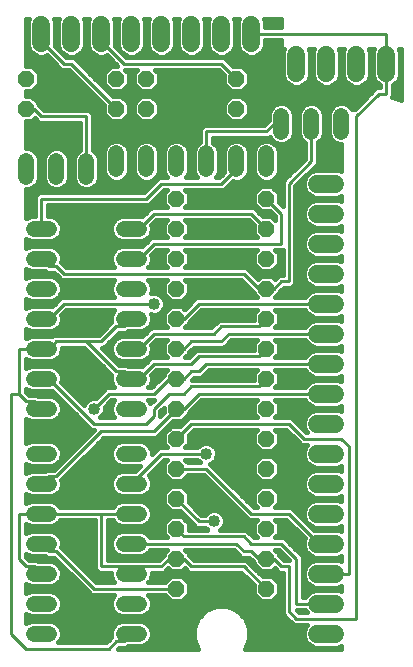
<source format=gbl>
G75*
%MOIN*%
%OFA0B0*%
%FSLAX25Y25*%
%IPPOS*%
%LPD*%
%AMOC8*
5,1,8,0,0,1.08239X$1,22.5*
%
%ADD10C,0.05200*%
%ADD11OC8,0.05200*%
%ADD12C,0.06000*%
%ADD13C,0.01000*%
%ADD14C,0.04000*%
%ADD15C,0.01600*%
D10*
X0013400Y0011000D02*
X0018600Y0011000D01*
X0018600Y0021000D02*
X0013400Y0021000D01*
X0013400Y0031000D02*
X0018600Y0031000D01*
X0018600Y0041000D02*
X0013400Y0041000D01*
X0013400Y0051000D02*
X0018600Y0051000D01*
X0018600Y0061000D02*
X0013400Y0061000D01*
X0013400Y0071000D02*
X0018600Y0071000D01*
X0018600Y0086000D02*
X0013400Y0086000D01*
X0013400Y0096000D02*
X0018600Y0096000D01*
X0018600Y0106000D02*
X0013400Y0106000D01*
X0013400Y0116000D02*
X0018600Y0116000D01*
X0018600Y0126000D02*
X0013400Y0126000D01*
X0013400Y0136000D02*
X0018600Y0136000D01*
X0018600Y0146000D02*
X0013400Y0146000D01*
X0011000Y0163400D02*
X0011000Y0168600D01*
X0021000Y0168600D02*
X0021000Y0163400D01*
X0031000Y0163400D02*
X0031000Y0168600D01*
X0041000Y0171100D02*
X0041000Y0165900D01*
X0051000Y0165900D02*
X0051000Y0171100D01*
X0061000Y0171100D02*
X0061000Y0165900D01*
X0071000Y0165900D02*
X0071000Y0171100D01*
X0081000Y0171100D02*
X0081000Y0165900D01*
X0091000Y0165900D02*
X0091000Y0171100D01*
X0096000Y0178400D02*
X0096000Y0183600D01*
X0106000Y0183600D02*
X0106000Y0178400D01*
X0116000Y0178400D02*
X0116000Y0183600D01*
X0048600Y0146000D02*
X0043400Y0146000D01*
X0043400Y0136000D02*
X0048600Y0136000D01*
X0048600Y0126000D02*
X0043400Y0126000D01*
X0043400Y0116000D02*
X0048600Y0116000D01*
X0048600Y0106000D02*
X0043400Y0106000D01*
X0043400Y0096000D02*
X0048600Y0096000D01*
X0048600Y0086000D02*
X0043400Y0086000D01*
X0043400Y0071000D02*
X0048600Y0071000D01*
X0048600Y0061000D02*
X0043400Y0061000D01*
X0043400Y0051000D02*
X0048600Y0051000D01*
X0048600Y0041000D02*
X0043400Y0041000D01*
X0043400Y0031000D02*
X0048600Y0031000D01*
X0048600Y0021000D02*
X0043400Y0021000D01*
X0043400Y0011000D02*
X0048600Y0011000D01*
D11*
X0061000Y0026000D03*
X0061000Y0036000D03*
X0061000Y0046000D03*
X0061000Y0056000D03*
X0061000Y0066000D03*
X0061000Y0076000D03*
X0061000Y0086000D03*
X0061000Y0096000D03*
X0061000Y0106000D03*
X0061000Y0116000D03*
X0061000Y0126000D03*
X0061000Y0136000D03*
X0061000Y0146000D03*
X0061000Y0156000D03*
X0051000Y0186000D03*
X0051000Y0196000D03*
X0041000Y0196000D03*
X0041000Y0186000D03*
X0011000Y0186000D03*
X0011000Y0196000D03*
X0081000Y0196000D03*
X0081000Y0186000D03*
X0091000Y0156000D03*
X0091000Y0146000D03*
X0091000Y0136000D03*
X0091000Y0126000D03*
X0091000Y0116000D03*
X0091000Y0106000D03*
X0091000Y0096000D03*
X0091000Y0086000D03*
X0091000Y0076000D03*
X0091000Y0066000D03*
X0091000Y0056000D03*
X0091000Y0046000D03*
X0091000Y0036000D03*
X0091000Y0026000D03*
D12*
X0108000Y0021000D02*
X0114000Y0021000D01*
X0114000Y0011000D02*
X0108000Y0011000D01*
X0108000Y0031000D02*
X0114000Y0031000D01*
X0114000Y0041000D02*
X0108000Y0041000D01*
X0108000Y0051000D02*
X0114000Y0051000D01*
X0114000Y0061000D02*
X0108000Y0061000D01*
X0108000Y0071000D02*
X0114000Y0071000D01*
X0114000Y0081000D02*
X0108000Y0081000D01*
X0108000Y0091000D02*
X0114000Y0091000D01*
X0114000Y0101000D02*
X0108000Y0101000D01*
X0108000Y0111000D02*
X0114000Y0111000D01*
X0114000Y0121000D02*
X0108000Y0121000D01*
X0108000Y0131000D02*
X0114000Y0131000D01*
X0114000Y0141000D02*
X0108000Y0141000D01*
X0108000Y0151000D02*
X0114000Y0151000D01*
X0114000Y0161000D02*
X0108000Y0161000D01*
X0111000Y0198000D02*
X0111000Y0204000D01*
X0101000Y0204000D02*
X0101000Y0198000D01*
X0086000Y0208000D02*
X0086000Y0214000D01*
X0076000Y0214000D02*
X0076000Y0208000D01*
X0066000Y0208000D02*
X0066000Y0214000D01*
X0056000Y0214000D02*
X0056000Y0208000D01*
X0046000Y0208000D02*
X0046000Y0214000D01*
X0036000Y0214000D02*
X0036000Y0208000D01*
X0026000Y0208000D02*
X0026000Y0214000D01*
X0016000Y0214000D02*
X0016000Y0208000D01*
X0121000Y0204000D02*
X0121000Y0198000D01*
X0131000Y0198000D02*
X0131000Y0204000D01*
D13*
X0006000Y0091000D02*
X0006000Y0011000D01*
X0011000Y0006000D01*
X0038500Y0006000D01*
X0041000Y0008500D01*
X0043500Y0008500D01*
X0046000Y0011000D01*
X0046000Y0031000D02*
X0048500Y0033500D01*
X0036000Y0033500D01*
X0036000Y0051000D01*
X0046000Y0051000D01*
X0046000Y0061000D02*
X0056000Y0071000D01*
X0071000Y0071000D01*
X0071000Y0066000D02*
X0086000Y0051000D01*
X0098500Y0051000D01*
X0108500Y0041000D01*
X0111000Y0041000D01*
X0111000Y0031000D02*
X0118500Y0031000D01*
X0118500Y0073500D01*
X0116000Y0076000D01*
X0103500Y0076000D01*
X0098500Y0081000D01*
X0066000Y0081000D01*
X0061000Y0076000D01*
X0053500Y0078500D02*
X0061000Y0086000D01*
X0063500Y0086000D01*
X0068500Y0091000D01*
X0111000Y0091000D01*
X0111000Y0101000D02*
X0071000Y0101000D01*
X0068500Y0098500D01*
X0066000Y0098500D01*
X0063500Y0096000D01*
X0061000Y0096000D01*
X0058500Y0096000D01*
X0053500Y0091000D01*
X0038500Y0091000D01*
X0033500Y0086000D01*
X0033500Y0081000D02*
X0018500Y0096000D01*
X0016000Y0096000D01*
X0013500Y0088500D02*
X0011000Y0088500D01*
X0008500Y0091000D01*
X0006000Y0091000D01*
X0008500Y0091000D02*
X0008500Y0106000D01*
X0016000Y0106000D01*
X0018500Y0106000D01*
X0021000Y0108500D01*
X0031000Y0108500D01*
X0041000Y0098500D01*
X0043500Y0098500D01*
X0046000Y0096000D01*
X0048500Y0096000D01*
X0053500Y0101000D01*
X0066000Y0101000D01*
X0068500Y0103500D01*
X0088500Y0103500D01*
X0091000Y0106000D01*
X0088500Y0113500D02*
X0076000Y0113500D01*
X0073500Y0111000D01*
X0053500Y0111000D01*
X0048500Y0106000D01*
X0046000Y0106000D01*
X0043500Y0113500D02*
X0041000Y0113500D01*
X0036000Y0108500D01*
X0031000Y0108500D01*
X0018500Y0116000D02*
X0023500Y0121000D01*
X0053500Y0121000D01*
X0046000Y0116000D02*
X0043500Y0113500D01*
X0046000Y0136000D02*
X0048500Y0136000D01*
X0053500Y0141000D01*
X0096000Y0141000D01*
X0096000Y0151000D01*
X0091000Y0156000D01*
X0086000Y0151000D02*
X0053500Y0151000D01*
X0048500Y0146000D01*
X0046000Y0146000D01*
X0051000Y0156000D02*
X0056000Y0161000D01*
X0076000Y0161000D01*
X0081000Y0166000D01*
X0081000Y0168500D01*
X0071000Y0168500D02*
X0071000Y0178500D01*
X0091000Y0178500D01*
X0093500Y0181000D01*
X0096000Y0181000D01*
X0106000Y0181000D02*
X0106000Y0168500D01*
X0098500Y0161000D01*
X0098500Y0128500D01*
X0096000Y0128500D01*
X0093500Y0126000D01*
X0091000Y0126000D01*
X0088500Y0126000D01*
X0083500Y0131000D01*
X0023500Y0131000D01*
X0021000Y0133500D01*
X0018500Y0133500D01*
X0016000Y0136000D01*
X0016000Y0146000D02*
X0016000Y0156000D01*
X0051000Y0156000D01*
X0041000Y0186000D02*
X0026000Y0201000D01*
X0023500Y0201000D01*
X0016000Y0208500D01*
X0016000Y0211000D01*
X0013500Y0186000D02*
X0011000Y0186000D01*
X0013500Y0186000D02*
X0016000Y0183500D01*
X0031000Y0183500D01*
X0031000Y0166000D01*
X0043500Y0201000D02*
X0036000Y0208500D01*
X0036000Y0211000D01*
X0043500Y0201000D02*
X0076000Y0201000D01*
X0081000Y0196000D01*
X0086000Y0211000D02*
X0131000Y0211000D01*
X0131000Y0201000D01*
X0131000Y0191000D01*
X0128500Y0191000D01*
X0121000Y0183500D01*
X0121000Y0016000D01*
X0101000Y0016000D01*
X0098500Y0018500D01*
X0098500Y0033500D01*
X0096000Y0033500D01*
X0093500Y0036000D01*
X0091000Y0036000D01*
X0088500Y0036000D01*
X0086000Y0038500D01*
X0083500Y0038500D01*
X0081000Y0041000D01*
X0046000Y0041000D01*
X0048500Y0033500D02*
X0056000Y0033500D01*
X0058500Y0036000D01*
X0061000Y0036000D01*
X0063500Y0036000D01*
X0066000Y0033500D01*
X0083500Y0033500D01*
X0091000Y0026000D01*
X0101000Y0036000D02*
X0096000Y0041000D01*
X0086000Y0041000D01*
X0083500Y0043500D01*
X0063500Y0043500D01*
X0061000Y0046000D01*
X0068500Y0048500D02*
X0061000Y0056000D01*
X0061000Y0066000D02*
X0071000Y0066000D01*
X0073500Y0048500D02*
X0068500Y0048500D01*
X0061000Y0026000D02*
X0033500Y0026000D01*
X0021000Y0038500D01*
X0018500Y0038500D01*
X0016000Y0041000D01*
X0013500Y0033500D02*
X0011000Y0033500D01*
X0008500Y0036000D01*
X0008500Y0051000D01*
X0016000Y0051000D01*
X0036000Y0051000D01*
X0021000Y0063500D02*
X0036000Y0078500D01*
X0053500Y0078500D01*
X0051000Y0081000D02*
X0033500Y0081000D01*
X0021000Y0063500D02*
X0018500Y0063500D01*
X0016000Y0061000D01*
X0016000Y0086000D02*
X0013500Y0088500D01*
X0016000Y0116000D02*
X0018500Y0116000D01*
X0051000Y0081000D02*
X0053500Y0083500D01*
X0053500Y0086000D01*
X0058500Y0091000D01*
X0063500Y0091000D01*
X0066000Y0093500D01*
X0088500Y0093500D01*
X0091000Y0096000D01*
X0088500Y0113500D02*
X0091000Y0116000D01*
X0078500Y0111000D02*
X0076000Y0108500D01*
X0066000Y0108500D01*
X0063500Y0106000D01*
X0061000Y0106000D01*
X0061000Y0116000D02*
X0063500Y0116000D01*
X0068500Y0121000D01*
X0111000Y0121000D01*
X0111000Y0111000D02*
X0078500Y0111000D01*
X0091000Y0146000D02*
X0086000Y0151000D01*
X0101000Y0036000D02*
X0101000Y0021000D01*
X0111000Y0021000D01*
X0016000Y0031000D02*
X0013500Y0033500D01*
D14*
X0033500Y0086000D03*
X0053500Y0121000D03*
X0071000Y0071000D03*
X0073500Y0048500D03*
D15*
X0070509Y0050600D02*
X0071461Y0051552D01*
X0072784Y0052100D01*
X0074216Y0052100D01*
X0075539Y0051552D01*
X0076552Y0050539D01*
X0077100Y0049216D01*
X0077100Y0047784D01*
X0076552Y0046461D01*
X0075691Y0045600D01*
X0084370Y0045600D01*
X0086870Y0043100D01*
X0087960Y0043100D01*
X0086800Y0044260D01*
X0086800Y0047740D01*
X0087960Y0048900D01*
X0085130Y0048900D01*
X0083900Y0050130D01*
X0070130Y0063900D01*
X0064840Y0063900D01*
X0062740Y0061800D01*
X0059260Y0061800D01*
X0056800Y0064260D01*
X0056800Y0067740D01*
X0057960Y0068900D01*
X0056870Y0068900D01*
X0051755Y0063785D01*
X0052161Y0063379D01*
X0052800Y0061835D01*
X0052800Y0060165D01*
X0052161Y0058621D01*
X0050979Y0057439D01*
X0049435Y0056800D01*
X0042565Y0056800D01*
X0041021Y0057439D01*
X0039839Y0058621D01*
X0039200Y0060165D01*
X0039200Y0061835D01*
X0039839Y0063379D01*
X0041021Y0064561D01*
X0042565Y0065200D01*
X0047230Y0065200D01*
X0048830Y0066800D01*
X0042565Y0066800D01*
X0041021Y0067439D01*
X0039839Y0068621D01*
X0039200Y0070165D01*
X0039200Y0071835D01*
X0039839Y0073379D01*
X0041021Y0074561D01*
X0042565Y0075200D01*
X0049435Y0075200D01*
X0050979Y0074561D01*
X0052161Y0073379D01*
X0052800Y0071835D01*
X0052800Y0070770D01*
X0053900Y0071870D01*
X0055130Y0073100D01*
X0057960Y0073100D01*
X0056800Y0074260D01*
X0056800Y0077740D01*
X0059260Y0080200D01*
X0062230Y0080200D01*
X0063900Y0081870D01*
X0065130Y0083100D01*
X0087960Y0083100D01*
X0086800Y0084260D01*
X0086800Y0087740D01*
X0087960Y0088900D01*
X0069370Y0088900D01*
X0065600Y0085130D01*
X0065200Y0084730D01*
X0065200Y0084260D01*
X0062740Y0081800D01*
X0059770Y0081800D01*
X0054370Y0076400D01*
X0036870Y0076400D01*
X0022655Y0062185D01*
X0022800Y0061835D01*
X0022800Y0060165D01*
X0022161Y0058621D01*
X0020979Y0057439D01*
X0019435Y0056800D01*
X0012565Y0056800D01*
X0011021Y0057439D01*
X0011000Y0057460D01*
X0011000Y0054540D01*
X0011021Y0054561D01*
X0012565Y0055200D01*
X0019435Y0055200D01*
X0020979Y0054561D01*
X0022161Y0053379D01*
X0022276Y0053100D01*
X0039724Y0053100D01*
X0039839Y0053379D01*
X0041021Y0054561D01*
X0042565Y0055200D01*
X0049435Y0055200D01*
X0050979Y0054561D01*
X0052161Y0053379D01*
X0052800Y0051835D01*
X0052800Y0050165D01*
X0052161Y0048621D01*
X0050979Y0047439D01*
X0049435Y0046800D01*
X0042565Y0046800D01*
X0041021Y0047439D01*
X0039839Y0048621D01*
X0039724Y0048900D01*
X0038100Y0048900D01*
X0038100Y0035600D01*
X0055130Y0035600D01*
X0056400Y0036870D01*
X0056800Y0037270D01*
X0056800Y0037740D01*
X0057960Y0038900D01*
X0052276Y0038900D01*
X0052161Y0038621D01*
X0050979Y0037439D01*
X0049435Y0036800D01*
X0042565Y0036800D01*
X0041021Y0037439D01*
X0039839Y0038621D01*
X0039200Y0040165D01*
X0039200Y0041835D01*
X0039839Y0043379D01*
X0041021Y0044561D01*
X0042565Y0045200D01*
X0049435Y0045200D01*
X0050979Y0044561D01*
X0052161Y0043379D01*
X0052276Y0043100D01*
X0057960Y0043100D01*
X0056800Y0044260D01*
X0056800Y0047740D01*
X0059260Y0050200D01*
X0062740Y0050200D01*
X0065200Y0047740D01*
X0065200Y0045600D01*
X0071309Y0045600D01*
X0070509Y0046400D01*
X0067630Y0046400D01*
X0066400Y0047630D01*
X0062230Y0051800D01*
X0059260Y0051800D01*
X0056800Y0054260D01*
X0056800Y0057740D01*
X0059260Y0060200D01*
X0062740Y0060200D01*
X0065200Y0057740D01*
X0065200Y0054770D01*
X0069370Y0050600D01*
X0070509Y0050600D01*
X0067817Y0052152D02*
X0081878Y0052152D01*
X0083476Y0050554D02*
X0076537Y0050554D01*
X0077100Y0048955D02*
X0085075Y0048955D01*
X0086800Y0047357D02*
X0076923Y0047357D01*
X0075849Y0045758D02*
X0086800Y0045758D01*
X0086900Y0044160D02*
X0085810Y0044160D01*
X0080130Y0038900D02*
X0081400Y0037630D01*
X0082630Y0036400D01*
X0085130Y0036400D01*
X0086400Y0035130D01*
X0086800Y0034730D01*
X0086800Y0034260D01*
X0089260Y0031800D01*
X0092740Y0031800D01*
X0093735Y0032795D01*
X0095130Y0031400D01*
X0096400Y0031400D01*
X0096400Y0017630D01*
X0097630Y0016400D01*
X0100130Y0013900D01*
X0104395Y0013900D01*
X0104100Y0013606D01*
X0103400Y0011915D01*
X0103400Y0010085D01*
X0104100Y0008394D01*
X0105394Y0007100D01*
X0107085Y0006400D01*
X0114915Y0006400D01*
X0116000Y0006849D01*
X0116000Y0006000D01*
X0083812Y0006000D01*
X0085131Y0009184D01*
X0085131Y0012816D01*
X0083741Y0016172D01*
X0081172Y0018741D01*
X0077816Y0020131D01*
X0074184Y0020131D01*
X0070828Y0018741D01*
X0068259Y0016172D01*
X0066869Y0012816D01*
X0066869Y0009184D01*
X0068188Y0006000D01*
X0041470Y0006000D01*
X0041870Y0006400D01*
X0044370Y0006400D01*
X0044770Y0006800D01*
X0049435Y0006800D01*
X0050979Y0007439D01*
X0052161Y0008621D01*
X0052800Y0010165D01*
X0052800Y0011835D01*
X0052161Y0013379D01*
X0050979Y0014561D01*
X0049435Y0015200D01*
X0042565Y0015200D01*
X0041021Y0014561D01*
X0039839Y0013379D01*
X0039200Y0011835D01*
X0039200Y0010165D01*
X0039345Y0009815D01*
X0037630Y0008100D01*
X0021640Y0008100D01*
X0022161Y0008621D01*
X0022800Y0010165D01*
X0022800Y0011835D01*
X0022161Y0013379D01*
X0020979Y0014561D01*
X0019435Y0015200D01*
X0012565Y0015200D01*
X0011021Y0014561D01*
X0011000Y0014540D01*
X0011000Y0017460D01*
X0011021Y0017439D01*
X0012565Y0016800D01*
X0019435Y0016800D01*
X0020979Y0017439D01*
X0022161Y0018621D01*
X0022800Y0020165D01*
X0022800Y0021835D01*
X0022161Y0023379D01*
X0020979Y0024561D01*
X0019435Y0025200D01*
X0012565Y0025200D01*
X0011021Y0024561D01*
X0011000Y0024540D01*
X0011000Y0027460D01*
X0011021Y0027439D01*
X0012565Y0026800D01*
X0019435Y0026800D01*
X0020979Y0027439D01*
X0022161Y0028621D01*
X0022800Y0030165D01*
X0022800Y0031835D01*
X0022161Y0033379D01*
X0020979Y0034561D01*
X0019435Y0035200D01*
X0014770Y0035200D01*
X0014370Y0035600D01*
X0011870Y0035600D01*
X0011000Y0036470D01*
X0011000Y0037460D01*
X0011021Y0037439D01*
X0012565Y0036800D01*
X0017230Y0036800D01*
X0017630Y0036400D01*
X0020130Y0036400D01*
X0031400Y0025130D01*
X0032630Y0023900D01*
X0040360Y0023900D01*
X0039839Y0023379D01*
X0039200Y0021835D01*
X0039200Y0020165D01*
X0039839Y0018621D01*
X0041021Y0017439D01*
X0042565Y0016800D01*
X0049435Y0016800D01*
X0050979Y0017439D01*
X0052161Y0018621D01*
X0052800Y0020165D01*
X0052800Y0021835D01*
X0052161Y0023379D01*
X0051640Y0023900D01*
X0057160Y0023900D01*
X0059260Y0021800D01*
X0062740Y0021800D01*
X0065200Y0024260D01*
X0065200Y0027740D01*
X0062740Y0030200D01*
X0059260Y0030200D01*
X0057160Y0028100D01*
X0051640Y0028100D01*
X0052161Y0028621D01*
X0052800Y0030165D01*
X0052800Y0031400D01*
X0056870Y0031400D01*
X0058265Y0032795D01*
X0059260Y0031800D01*
X0062740Y0031800D01*
X0063735Y0032795D01*
X0065130Y0031400D01*
X0082630Y0031400D01*
X0086800Y0027230D01*
X0086800Y0024260D01*
X0089260Y0021800D01*
X0092740Y0021800D01*
X0095200Y0024260D01*
X0095200Y0027740D01*
X0092740Y0030200D01*
X0089770Y0030200D01*
X0085600Y0034370D01*
X0084370Y0035600D01*
X0066870Y0035600D01*
X0065600Y0036870D01*
X0065200Y0037270D01*
X0065200Y0037740D01*
X0064040Y0038900D01*
X0080130Y0038900D01*
X0081264Y0037766D02*
X0065174Y0037766D01*
X0066303Y0036167D02*
X0085363Y0036167D01*
X0086400Y0035130D02*
X0086400Y0035130D01*
X0086800Y0034569D02*
X0085401Y0034569D01*
X0087000Y0032970D02*
X0088090Y0032970D01*
X0088598Y0031372D02*
X0096400Y0031372D01*
X0096400Y0029773D02*
X0093166Y0029773D01*
X0094765Y0028175D02*
X0096400Y0028175D01*
X0096400Y0026576D02*
X0095200Y0026576D01*
X0095200Y0024978D02*
X0096400Y0024978D01*
X0096400Y0023379D02*
X0094319Y0023379D01*
X0096400Y0021781D02*
X0052800Y0021781D01*
X0052800Y0020182D02*
X0096400Y0020182D01*
X0096400Y0018584D02*
X0081329Y0018584D01*
X0082928Y0016985D02*
X0097045Y0016985D01*
X0098644Y0015387D02*
X0084066Y0015387D01*
X0084728Y0013788D02*
X0104283Y0013788D01*
X0103514Y0012190D02*
X0085131Y0012190D01*
X0085131Y0010591D02*
X0103400Y0010591D01*
X0103852Y0008993D02*
X0085051Y0008993D01*
X0084389Y0007394D02*
X0105101Y0007394D01*
X0104395Y0018100D02*
X0101870Y0018100D01*
X0101070Y0018900D01*
X0103891Y0018900D01*
X0104100Y0018394D01*
X0104395Y0018100D01*
X0104022Y0018584D02*
X0101386Y0018584D01*
X0103100Y0023100D02*
X0103100Y0036870D01*
X0101870Y0038100D01*
X0096870Y0043100D01*
X0094040Y0043100D01*
X0095200Y0044260D01*
X0095200Y0047740D01*
X0094040Y0048900D01*
X0097630Y0048900D01*
X0103756Y0042774D01*
X0103400Y0041915D01*
X0103400Y0040085D01*
X0104100Y0038394D01*
X0105394Y0037100D01*
X0107085Y0036400D01*
X0114915Y0036400D01*
X0116000Y0036849D01*
X0116000Y0035151D01*
X0114915Y0035600D01*
X0107085Y0035600D01*
X0105394Y0034900D01*
X0104100Y0033606D01*
X0103400Y0031915D01*
X0103400Y0030085D01*
X0104100Y0028394D01*
X0105394Y0027100D01*
X0107085Y0026400D01*
X0114915Y0026400D01*
X0116000Y0026849D01*
X0116000Y0025151D01*
X0114915Y0025600D01*
X0107085Y0025600D01*
X0105394Y0024900D01*
X0104100Y0023606D01*
X0103891Y0023100D01*
X0103100Y0023100D01*
X0103100Y0023379D02*
X0104006Y0023379D01*
X0103100Y0024978D02*
X0105583Y0024978D01*
X0106660Y0026576D02*
X0103100Y0026576D01*
X0103100Y0028175D02*
X0104320Y0028175D01*
X0103529Y0029773D02*
X0103100Y0029773D01*
X0103100Y0031372D02*
X0103400Y0031372D01*
X0103100Y0032970D02*
X0103837Y0032970D01*
X0103100Y0034569D02*
X0105063Y0034569D01*
X0104729Y0037766D02*
X0102204Y0037766D01*
X0103100Y0036167D02*
X0116000Y0036167D01*
X0116000Y0045151D02*
X0114915Y0045600D01*
X0107085Y0045600D01*
X0106933Y0045537D01*
X0099370Y0053100D01*
X0094040Y0053100D01*
X0095200Y0054260D01*
X0095200Y0057740D01*
X0092740Y0060200D01*
X0089260Y0060200D01*
X0086800Y0057740D01*
X0086800Y0054260D01*
X0087960Y0053100D01*
X0086870Y0053100D01*
X0072320Y0067650D01*
X0073039Y0067948D01*
X0074052Y0068961D01*
X0074600Y0070284D01*
X0074600Y0071716D01*
X0074052Y0073039D01*
X0073039Y0074052D01*
X0071716Y0074600D01*
X0070284Y0074600D01*
X0068961Y0074052D01*
X0068009Y0073100D01*
X0064040Y0073100D01*
X0065200Y0074260D01*
X0065200Y0077230D01*
X0066870Y0078900D01*
X0087960Y0078900D01*
X0086800Y0077740D01*
X0086800Y0074260D01*
X0089260Y0071800D01*
X0092740Y0071800D01*
X0095200Y0074260D01*
X0095200Y0077740D01*
X0094040Y0078900D01*
X0097630Y0078900D01*
X0101400Y0075130D01*
X0102630Y0073900D01*
X0104395Y0073900D01*
X0104100Y0073606D01*
X0103400Y0071915D01*
X0103400Y0070085D01*
X0104100Y0068394D01*
X0105394Y0067100D01*
X0107085Y0066400D01*
X0114915Y0066400D01*
X0116000Y0066849D01*
X0116000Y0065151D01*
X0114915Y0065600D01*
X0107085Y0065600D01*
X0105394Y0064900D01*
X0104100Y0063606D01*
X0103400Y0061915D01*
X0103400Y0060085D01*
X0104100Y0058394D01*
X0105394Y0057100D01*
X0107085Y0056400D01*
X0114915Y0056400D01*
X0116000Y0056849D01*
X0116000Y0055151D01*
X0114915Y0055600D01*
X0107085Y0055600D01*
X0105394Y0054900D01*
X0104100Y0053606D01*
X0103400Y0051915D01*
X0103400Y0050085D01*
X0104100Y0048394D01*
X0105394Y0047100D01*
X0107085Y0046400D01*
X0114915Y0046400D01*
X0116000Y0046849D01*
X0116000Y0045151D01*
X0116000Y0045758D02*
X0106712Y0045758D01*
X0105138Y0047357D02*
X0105113Y0047357D01*
X0103868Y0048955D02*
X0103514Y0048955D01*
X0103400Y0050554D02*
X0101916Y0050554D01*
X0103498Y0052152D02*
X0100317Y0052152D01*
X0099173Y0047357D02*
X0095200Y0047357D01*
X0095200Y0045758D02*
X0100772Y0045758D01*
X0102370Y0044160D02*
X0095099Y0044160D01*
X0097409Y0042561D02*
X0103668Y0042561D01*
X0103400Y0040963D02*
X0099007Y0040963D01*
X0096264Y0037766D02*
X0095174Y0037766D01*
X0095200Y0037740D02*
X0094040Y0038900D01*
X0095130Y0038900D01*
X0098430Y0035600D01*
X0096870Y0035600D01*
X0095600Y0036870D01*
X0095200Y0037270D01*
X0095200Y0037740D01*
X0096303Y0036167D02*
X0097863Y0036167D01*
X0100606Y0039364D02*
X0103699Y0039364D01*
X0104245Y0053751D02*
X0094691Y0053751D01*
X0095200Y0055349D02*
X0106480Y0055349D01*
X0105762Y0056948D02*
X0095200Y0056948D01*
X0094393Y0058546D02*
X0104037Y0058546D01*
X0103400Y0060145D02*
X0092795Y0060145D01*
X0092740Y0061800D02*
X0095200Y0064260D01*
X0095200Y0067740D01*
X0092740Y0070200D01*
X0089260Y0070200D01*
X0086800Y0067740D01*
X0086800Y0064260D01*
X0089260Y0061800D01*
X0092740Y0061800D01*
X0094282Y0063342D02*
X0103991Y0063342D01*
X0103400Y0061743D02*
X0078226Y0061743D01*
X0079825Y0060145D02*
X0089205Y0060145D01*
X0087607Y0058546D02*
X0081423Y0058546D01*
X0083022Y0056948D02*
X0086800Y0056948D01*
X0086800Y0055349D02*
X0084620Y0055349D01*
X0086219Y0053751D02*
X0087309Y0053751D01*
X0080279Y0053751D02*
X0066219Y0053751D01*
X0065200Y0055349D02*
X0078681Y0055349D01*
X0077082Y0056948D02*
X0065200Y0056948D01*
X0064393Y0058546D02*
X0075484Y0058546D01*
X0073885Y0060145D02*
X0062795Y0060145D01*
X0064282Y0063342D02*
X0070688Y0063342D01*
X0072287Y0061743D02*
X0052800Y0061743D01*
X0052792Y0060145D02*
X0059205Y0060145D01*
X0057607Y0058546D02*
X0052086Y0058546D01*
X0049792Y0056948D02*
X0056800Y0056948D01*
X0056800Y0055349D02*
X0011000Y0055349D01*
X0011000Y0056948D02*
X0012207Y0056948D01*
X0011000Y0064540D02*
X0011000Y0067460D01*
X0011021Y0067439D01*
X0012565Y0066800D01*
X0019435Y0066800D01*
X0020979Y0067439D01*
X0022161Y0068621D01*
X0022800Y0070165D01*
X0022800Y0071835D01*
X0022161Y0073379D01*
X0020979Y0074561D01*
X0019435Y0075200D01*
X0012565Y0075200D01*
X0011021Y0074561D01*
X0011000Y0074540D01*
X0011000Y0082460D01*
X0011021Y0082439D01*
X0012565Y0081800D01*
X0019435Y0081800D01*
X0020979Y0082439D01*
X0022161Y0083621D01*
X0022800Y0085165D01*
X0022800Y0086835D01*
X0022161Y0088379D01*
X0020979Y0089561D01*
X0019435Y0090200D01*
X0014770Y0090200D01*
X0014370Y0090600D01*
X0011870Y0090600D01*
X0011000Y0091470D01*
X0011000Y0092460D01*
X0011021Y0092439D01*
X0012565Y0091800D01*
X0019435Y0091800D01*
X0019644Y0091886D01*
X0032630Y0078900D01*
X0033430Y0078900D01*
X0020130Y0065600D01*
X0017630Y0065600D01*
X0017230Y0065200D01*
X0012565Y0065200D01*
X0011021Y0064561D01*
X0011000Y0064540D01*
X0011000Y0064940D02*
X0011938Y0064940D01*
X0011000Y0066539D02*
X0021069Y0066539D01*
X0021677Y0068137D02*
X0022668Y0068137D01*
X0022622Y0069736D02*
X0024266Y0069736D01*
X0022800Y0071334D02*
X0025865Y0071334D01*
X0027463Y0072933D02*
X0022345Y0072933D01*
X0021008Y0074532D02*
X0029062Y0074532D01*
X0030660Y0076130D02*
X0011000Y0076130D01*
X0011000Y0077729D02*
X0032259Y0077729D01*
X0032203Y0079327D02*
X0011000Y0079327D01*
X0011000Y0080926D02*
X0030605Y0080926D01*
X0029006Y0082524D02*
X0021064Y0082524D01*
X0022368Y0084123D02*
X0027408Y0084123D01*
X0025809Y0085721D02*
X0022800Y0085721D01*
X0022599Y0087320D02*
X0024211Y0087320D01*
X0022612Y0088918D02*
X0021622Y0088918D01*
X0021014Y0090517D02*
X0014453Y0090517D01*
X0011804Y0092115D02*
X0011000Y0092115D01*
X0011000Y0099540D02*
X0011000Y0102460D01*
X0011021Y0102439D01*
X0012565Y0101800D01*
X0019435Y0101800D01*
X0020979Y0102439D01*
X0022161Y0103621D01*
X0022800Y0105165D01*
X0022800Y0106400D01*
X0030130Y0106400D01*
X0039345Y0097185D01*
X0039200Y0096835D01*
X0039200Y0095165D01*
X0039839Y0093621D01*
X0040360Y0093100D01*
X0037630Y0093100D01*
X0036400Y0091870D01*
X0034130Y0089600D01*
X0032784Y0089600D01*
X0031461Y0089052D01*
X0030448Y0088039D01*
X0030150Y0087320D01*
X0022655Y0094815D01*
X0022800Y0095165D01*
X0022800Y0096835D01*
X0022161Y0098379D01*
X0020979Y0099561D01*
X0019435Y0100200D01*
X0012565Y0100200D01*
X0011021Y0099561D01*
X0011000Y0099540D01*
X0011000Y0100108D02*
X0012342Y0100108D01*
X0011000Y0101706D02*
X0034824Y0101706D01*
X0036422Y0100108D02*
X0019658Y0100108D01*
X0021844Y0103305D02*
X0033225Y0103305D01*
X0031627Y0104903D02*
X0022692Y0104903D01*
X0019644Y0110114D02*
X0019435Y0110200D01*
X0012565Y0110200D01*
X0011021Y0109561D01*
X0011000Y0109540D01*
X0011000Y0112460D01*
X0011021Y0112439D01*
X0012565Y0111800D01*
X0019435Y0111800D01*
X0020979Y0112439D01*
X0022161Y0113621D01*
X0022800Y0115165D01*
X0022800Y0116835D01*
X0022655Y0117185D01*
X0024370Y0118900D01*
X0040360Y0118900D01*
X0039839Y0118379D01*
X0039200Y0116835D01*
X0039200Y0115165D01*
X0039345Y0114815D01*
X0035130Y0110600D01*
X0020130Y0110600D01*
X0019644Y0110114D01*
X0021435Y0112896D02*
X0037426Y0112896D01*
X0039024Y0114494D02*
X0022522Y0114494D01*
X0022800Y0116093D02*
X0039200Y0116093D01*
X0039555Y0117691D02*
X0023161Y0117691D01*
X0020419Y0120888D02*
X0011000Y0120888D01*
X0011021Y0119561D02*
X0011000Y0119540D01*
X0011000Y0122460D01*
X0011021Y0122439D01*
X0012565Y0121800D01*
X0019435Y0121800D01*
X0020979Y0122439D01*
X0022161Y0123621D01*
X0022800Y0125165D01*
X0022800Y0126835D01*
X0022161Y0128379D01*
X0020979Y0129561D01*
X0019435Y0130200D01*
X0012565Y0130200D01*
X0011021Y0129561D01*
X0011000Y0129540D01*
X0011000Y0132460D01*
X0011021Y0132439D01*
X0012565Y0131800D01*
X0017230Y0131800D01*
X0017630Y0131400D01*
X0020130Y0131400D01*
X0021400Y0130130D01*
X0022630Y0128900D01*
X0040360Y0128900D01*
X0039839Y0128379D01*
X0039200Y0126835D01*
X0039200Y0125165D01*
X0039839Y0123621D01*
X0040360Y0123100D01*
X0022630Y0123100D01*
X0019644Y0120114D01*
X0019435Y0120200D01*
X0012565Y0120200D01*
X0011021Y0119561D01*
X0011000Y0111297D02*
X0035827Y0111297D01*
X0036972Y0106502D02*
X0039200Y0106502D01*
X0039200Y0106835D02*
X0039200Y0105165D01*
X0039839Y0103621D01*
X0041021Y0102439D01*
X0042565Y0101800D01*
X0049435Y0101800D01*
X0050979Y0102439D01*
X0052161Y0103621D01*
X0052800Y0105165D01*
X0052800Y0106835D01*
X0052655Y0107185D01*
X0054370Y0108900D01*
X0057960Y0108900D01*
X0056800Y0107740D01*
X0056800Y0104260D01*
X0057960Y0103100D01*
X0052630Y0103100D01*
X0049644Y0100114D01*
X0049435Y0100200D01*
X0044770Y0100200D01*
X0044370Y0100600D01*
X0041870Y0100600D01*
X0036070Y0106400D01*
X0036870Y0106400D01*
X0038100Y0107630D01*
X0041870Y0111400D01*
X0044370Y0111400D01*
X0044770Y0111800D01*
X0049435Y0111800D01*
X0050979Y0112439D01*
X0052161Y0113621D01*
X0052800Y0115165D01*
X0052800Y0116835D01*
X0052521Y0117509D01*
X0052784Y0117400D01*
X0054216Y0117400D01*
X0055539Y0117948D01*
X0056552Y0118961D01*
X0057100Y0120284D01*
X0057100Y0121716D01*
X0056552Y0123039D01*
X0055539Y0124052D01*
X0054216Y0124600D01*
X0052784Y0124600D01*
X0052521Y0124491D01*
X0052800Y0125165D01*
X0052800Y0126835D01*
X0052161Y0128379D01*
X0051640Y0128900D01*
X0057960Y0128900D01*
X0056800Y0127740D01*
X0056800Y0124260D01*
X0059260Y0121800D01*
X0062740Y0121800D01*
X0065200Y0124260D01*
X0065200Y0127740D01*
X0064040Y0128900D01*
X0082630Y0128900D01*
X0086800Y0124730D01*
X0086800Y0124260D01*
X0087960Y0123100D01*
X0067630Y0123100D01*
X0063735Y0119205D01*
X0062740Y0120200D01*
X0059260Y0120200D01*
X0056800Y0117740D01*
X0056800Y0114260D01*
X0057960Y0113100D01*
X0052630Y0113100D01*
X0049644Y0110114D01*
X0049435Y0110200D01*
X0042565Y0110200D01*
X0041021Y0109561D01*
X0039839Y0108379D01*
X0039200Y0106835D01*
X0039724Y0108100D02*
X0038570Y0108100D01*
X0040169Y0109699D02*
X0041355Y0109699D01*
X0041767Y0111297D02*
X0050827Y0111297D01*
X0051435Y0112896D02*
X0052426Y0112896D01*
X0052522Y0114494D02*
X0056800Y0114494D01*
X0056800Y0116093D02*
X0052800Y0116093D01*
X0054919Y0117691D02*
X0056800Y0117691D01*
X0056688Y0119290D02*
X0058350Y0119290D01*
X0057100Y0120888D02*
X0065419Y0120888D01*
X0067017Y0122487D02*
X0063427Y0122487D01*
X0065025Y0124085D02*
X0086975Y0124085D01*
X0085846Y0125684D02*
X0065200Y0125684D01*
X0065200Y0127282D02*
X0084248Y0127282D01*
X0082649Y0128881D02*
X0064059Y0128881D01*
X0064040Y0133100D02*
X0065200Y0134260D01*
X0065200Y0137740D01*
X0064040Y0138900D01*
X0087960Y0138900D01*
X0086800Y0137740D01*
X0086800Y0134260D01*
X0089260Y0131800D01*
X0092740Y0131800D01*
X0095200Y0134260D01*
X0095200Y0137740D01*
X0094040Y0138900D01*
X0096400Y0138900D01*
X0096400Y0130600D01*
X0095130Y0130600D01*
X0093735Y0129205D01*
X0092740Y0130200D01*
X0089260Y0130200D01*
X0088265Y0129205D01*
X0084370Y0133100D01*
X0064040Y0133100D01*
X0064616Y0133676D02*
X0087384Y0133676D01*
X0086800Y0135275D02*
X0065200Y0135275D01*
X0065200Y0136873D02*
X0086800Y0136873D01*
X0087532Y0138472D02*
X0064468Y0138472D01*
X0064040Y0143100D02*
X0065200Y0144260D01*
X0065200Y0147740D01*
X0064040Y0148900D01*
X0085130Y0148900D01*
X0086800Y0147230D01*
X0086800Y0144260D01*
X0087960Y0143100D01*
X0064040Y0143100D01*
X0064207Y0143268D02*
X0087793Y0143268D01*
X0086800Y0144866D02*
X0065200Y0144866D01*
X0065200Y0146465D02*
X0086800Y0146465D01*
X0085967Y0148063D02*
X0064877Y0148063D01*
X0064040Y0153100D02*
X0065200Y0154260D01*
X0065200Y0157740D01*
X0064040Y0158900D01*
X0076870Y0158900D01*
X0079815Y0161845D01*
X0080165Y0161700D01*
X0081835Y0161700D01*
X0083379Y0162339D01*
X0084561Y0163521D01*
X0085200Y0165065D01*
X0085200Y0171935D01*
X0084561Y0173479D01*
X0083379Y0174661D01*
X0081835Y0175300D01*
X0080165Y0175300D01*
X0078621Y0174661D01*
X0077439Y0173479D01*
X0076800Y0171935D01*
X0076800Y0165065D01*
X0076886Y0164856D01*
X0075130Y0163100D01*
X0074140Y0163100D01*
X0074561Y0163521D01*
X0075200Y0165065D01*
X0075200Y0171935D01*
X0074561Y0173479D01*
X0073379Y0174661D01*
X0073100Y0174776D01*
X0073100Y0176400D01*
X0091870Y0176400D01*
X0092162Y0176692D01*
X0092439Y0176021D01*
X0093621Y0174839D01*
X0095165Y0174200D01*
X0096835Y0174200D01*
X0098379Y0174839D01*
X0099561Y0176021D01*
X0100200Y0177565D01*
X0100200Y0184435D01*
X0099561Y0185979D01*
X0098379Y0187161D01*
X0096835Y0187800D01*
X0095165Y0187800D01*
X0093621Y0187161D01*
X0092439Y0185979D01*
X0091800Y0184435D01*
X0091800Y0182270D01*
X0091400Y0181870D01*
X0090130Y0180600D01*
X0070130Y0180600D01*
X0068900Y0179370D01*
X0068900Y0174776D01*
X0068621Y0174661D01*
X0067439Y0173479D01*
X0066800Y0171935D01*
X0066800Y0165065D01*
X0067439Y0163521D01*
X0067860Y0163100D01*
X0064140Y0163100D01*
X0064561Y0163521D01*
X0065200Y0165065D01*
X0065200Y0171935D01*
X0064561Y0173479D01*
X0063379Y0174661D01*
X0061835Y0175300D01*
X0060165Y0175300D01*
X0058621Y0174661D01*
X0057439Y0173479D01*
X0056800Y0171935D01*
X0056800Y0165065D01*
X0057439Y0163521D01*
X0057860Y0163100D01*
X0055130Y0163100D01*
X0053900Y0161870D01*
X0050130Y0158100D01*
X0015130Y0158100D01*
X0013900Y0156870D01*
X0013900Y0150200D01*
X0012565Y0150200D01*
X0011021Y0149561D01*
X0011000Y0149540D01*
X0011000Y0159200D01*
X0011835Y0159200D01*
X0013379Y0159839D01*
X0014561Y0161021D01*
X0015200Y0162565D01*
X0015200Y0169435D01*
X0014561Y0170979D01*
X0013379Y0172161D01*
X0011835Y0172800D01*
X0011000Y0172800D01*
X0011000Y0181800D01*
X0012740Y0181800D01*
X0013735Y0182795D01*
X0015130Y0181400D01*
X0028900Y0181400D01*
X0028900Y0172276D01*
X0028621Y0172161D01*
X0027439Y0170979D01*
X0026800Y0169435D01*
X0026800Y0162565D01*
X0027439Y0161021D01*
X0028621Y0159839D01*
X0030165Y0159200D01*
X0031835Y0159200D01*
X0033379Y0159839D01*
X0034561Y0161021D01*
X0035200Y0162565D01*
X0035200Y0169435D01*
X0034561Y0170979D01*
X0033379Y0172161D01*
X0033100Y0172276D01*
X0033100Y0184370D01*
X0031870Y0185600D01*
X0016870Y0185600D01*
X0015600Y0186870D01*
X0015200Y0187270D01*
X0015200Y0187740D01*
X0012740Y0190200D01*
X0011000Y0190200D01*
X0011000Y0191800D01*
X0012740Y0191800D01*
X0015200Y0194260D01*
X0015200Y0197740D01*
X0012740Y0200200D01*
X0011000Y0200200D01*
X0011000Y0216000D01*
X0011849Y0216000D01*
X0011400Y0214915D01*
X0011400Y0207085D01*
X0012100Y0205394D01*
X0013394Y0204100D01*
X0015085Y0203400D01*
X0016915Y0203400D01*
X0017774Y0203756D01*
X0022630Y0198900D01*
X0025130Y0198900D01*
X0036800Y0187230D01*
X0036800Y0184260D01*
X0039260Y0181800D01*
X0042740Y0181800D01*
X0045200Y0184260D01*
X0045200Y0187740D01*
X0042740Y0190200D01*
X0039770Y0190200D01*
X0028100Y0201870D01*
X0026870Y0203100D01*
X0024370Y0203100D01*
X0020537Y0206933D01*
X0020600Y0207085D01*
X0020600Y0214915D01*
X0020151Y0216000D01*
X0021849Y0216000D01*
X0021400Y0214915D01*
X0021400Y0207085D01*
X0022100Y0205394D01*
X0023394Y0204100D01*
X0025085Y0203400D01*
X0026915Y0203400D01*
X0028606Y0204100D01*
X0029900Y0205394D01*
X0030600Y0207085D01*
X0030600Y0214915D01*
X0030151Y0216000D01*
X0031849Y0216000D01*
X0031400Y0214915D01*
X0031400Y0207085D01*
X0032100Y0205394D01*
X0033394Y0204100D01*
X0035085Y0203400D01*
X0036915Y0203400D01*
X0037774Y0203756D01*
X0041330Y0200200D01*
X0039260Y0200200D01*
X0036800Y0197740D01*
X0036800Y0194260D01*
X0039260Y0191800D01*
X0042740Y0191800D01*
X0045200Y0194260D01*
X0045200Y0197740D01*
X0044040Y0198900D01*
X0047960Y0198900D01*
X0046800Y0197740D01*
X0046800Y0194260D01*
X0049260Y0191800D01*
X0052740Y0191800D01*
X0055200Y0194260D01*
X0055200Y0197740D01*
X0054040Y0198900D01*
X0075130Y0198900D01*
X0076800Y0197230D01*
X0076800Y0194260D01*
X0079260Y0191800D01*
X0082740Y0191800D01*
X0085200Y0194260D01*
X0085200Y0197740D01*
X0082740Y0200200D01*
X0079770Y0200200D01*
X0078100Y0201870D01*
X0076870Y0203100D01*
X0044370Y0203100D01*
X0040537Y0206933D01*
X0040600Y0207085D01*
X0040600Y0214915D01*
X0040151Y0216000D01*
X0041849Y0216000D01*
X0041400Y0214915D01*
X0041400Y0207085D01*
X0042100Y0205394D01*
X0043394Y0204100D01*
X0045085Y0203400D01*
X0046915Y0203400D01*
X0048606Y0204100D01*
X0049900Y0205394D01*
X0050600Y0207085D01*
X0050600Y0214915D01*
X0050151Y0216000D01*
X0051849Y0216000D01*
X0051400Y0214915D01*
X0051400Y0207085D01*
X0052100Y0205394D01*
X0053394Y0204100D01*
X0055085Y0203400D01*
X0056915Y0203400D01*
X0058606Y0204100D01*
X0059900Y0205394D01*
X0060600Y0207085D01*
X0060600Y0214915D01*
X0060151Y0216000D01*
X0061849Y0216000D01*
X0061400Y0214915D01*
X0061400Y0207085D01*
X0062100Y0205394D01*
X0063394Y0204100D01*
X0065085Y0203400D01*
X0066915Y0203400D01*
X0068606Y0204100D01*
X0069900Y0205394D01*
X0070600Y0207085D01*
X0070600Y0214915D01*
X0070151Y0216000D01*
X0071849Y0216000D01*
X0071400Y0214915D01*
X0071400Y0207085D01*
X0072100Y0205394D01*
X0073394Y0204100D01*
X0075085Y0203400D01*
X0076915Y0203400D01*
X0078606Y0204100D01*
X0079900Y0205394D01*
X0080600Y0207085D01*
X0080600Y0214915D01*
X0080151Y0216000D01*
X0081849Y0216000D01*
X0081400Y0214915D01*
X0081400Y0207085D01*
X0082100Y0205394D01*
X0083394Y0204100D01*
X0085085Y0203400D01*
X0086915Y0203400D01*
X0088606Y0204100D01*
X0089900Y0205394D01*
X0090600Y0207085D01*
X0090600Y0208900D01*
X0096000Y0208900D01*
X0096000Y0206000D01*
X0096849Y0206000D01*
X0096400Y0204915D01*
X0096400Y0197085D01*
X0097100Y0195394D01*
X0098394Y0194100D01*
X0100085Y0193400D01*
X0101915Y0193400D01*
X0103606Y0194100D01*
X0104900Y0195394D01*
X0105600Y0197085D01*
X0105600Y0204915D01*
X0105151Y0206000D01*
X0106849Y0206000D01*
X0106400Y0204915D01*
X0106400Y0197085D01*
X0107100Y0195394D01*
X0108394Y0194100D01*
X0110085Y0193400D01*
X0111915Y0193400D01*
X0113606Y0194100D01*
X0114900Y0195394D01*
X0115600Y0197085D01*
X0115600Y0204915D01*
X0115151Y0206000D01*
X0116849Y0206000D01*
X0116400Y0204915D01*
X0116400Y0197085D01*
X0117100Y0195394D01*
X0118394Y0194100D01*
X0120085Y0193400D01*
X0121915Y0193400D01*
X0123606Y0194100D01*
X0124900Y0195394D01*
X0125600Y0197085D01*
X0125600Y0204915D01*
X0125151Y0206000D01*
X0126849Y0206000D01*
X0126400Y0204915D01*
X0126400Y0197085D01*
X0127100Y0195394D01*
X0128394Y0194100D01*
X0128900Y0193891D01*
X0128900Y0193100D01*
X0127630Y0193100D01*
X0120530Y0186000D01*
X0119540Y0186000D01*
X0118379Y0187161D01*
X0116835Y0187800D01*
X0115165Y0187800D01*
X0113621Y0187161D01*
X0112439Y0185979D01*
X0111800Y0184435D01*
X0111800Y0177565D01*
X0112439Y0176021D01*
X0113621Y0174839D01*
X0115165Y0174200D01*
X0116000Y0174200D01*
X0116000Y0165151D01*
X0114915Y0165600D01*
X0107085Y0165600D01*
X0105394Y0164900D01*
X0104100Y0163606D01*
X0103400Y0161915D01*
X0103400Y0160085D01*
X0104100Y0158394D01*
X0105394Y0157100D01*
X0107085Y0156400D01*
X0114915Y0156400D01*
X0116000Y0156849D01*
X0116000Y0155151D01*
X0114915Y0155600D01*
X0107085Y0155600D01*
X0105394Y0154900D01*
X0104100Y0153606D01*
X0103400Y0151915D01*
X0103400Y0150085D01*
X0104100Y0148394D01*
X0105394Y0147100D01*
X0107085Y0146400D01*
X0114915Y0146400D01*
X0116000Y0146849D01*
X0116000Y0145151D01*
X0114915Y0145600D01*
X0107085Y0145600D01*
X0105394Y0144900D01*
X0104100Y0143606D01*
X0103400Y0141915D01*
X0103400Y0140085D01*
X0104100Y0138394D01*
X0105394Y0137100D01*
X0107085Y0136400D01*
X0114915Y0136400D01*
X0116000Y0136849D01*
X0116000Y0135151D01*
X0114915Y0135600D01*
X0107085Y0135600D01*
X0105394Y0134900D01*
X0104100Y0133606D01*
X0103400Y0131915D01*
X0103400Y0130085D01*
X0104100Y0128394D01*
X0105394Y0127100D01*
X0107085Y0126400D01*
X0114915Y0126400D01*
X0116000Y0126849D01*
X0116000Y0125151D01*
X0114915Y0125600D01*
X0107085Y0125600D01*
X0105394Y0124900D01*
X0104100Y0123606D01*
X0103891Y0123100D01*
X0094040Y0123100D01*
X0095200Y0124260D01*
X0095200Y0124730D01*
X0095600Y0125130D01*
X0096870Y0126400D01*
X0099370Y0126400D01*
X0100600Y0127630D01*
X0100600Y0160130D01*
X0108100Y0167630D01*
X0108100Y0174724D01*
X0108379Y0174839D01*
X0109561Y0176021D01*
X0110200Y0177565D01*
X0110200Y0184435D01*
X0109561Y0185979D01*
X0108379Y0187161D01*
X0106835Y0187800D01*
X0105165Y0187800D01*
X0103621Y0187161D01*
X0102439Y0185979D01*
X0101800Y0184435D01*
X0101800Y0177565D01*
X0102439Y0176021D01*
X0103621Y0174839D01*
X0103900Y0174724D01*
X0103900Y0169370D01*
X0097630Y0163100D01*
X0096400Y0161870D01*
X0096400Y0153570D01*
X0095200Y0154770D01*
X0095200Y0157740D01*
X0092740Y0160200D01*
X0089260Y0160200D01*
X0086800Y0157740D01*
X0086800Y0154260D01*
X0089260Y0151800D01*
X0092230Y0151800D01*
X0093900Y0150130D01*
X0093900Y0149040D01*
X0092740Y0150200D01*
X0089770Y0150200D01*
X0088100Y0151870D01*
X0086870Y0153100D01*
X0064040Y0153100D01*
X0065200Y0154457D02*
X0086800Y0154457D01*
X0086800Y0156056D02*
X0065200Y0156056D01*
X0065200Y0157654D02*
X0086800Y0157654D01*
X0088313Y0159253D02*
X0077222Y0159253D01*
X0078821Y0160851D02*
X0096400Y0160851D01*
X0096400Y0159253D02*
X0093687Y0159253D01*
X0095200Y0157654D02*
X0096400Y0157654D01*
X0096400Y0156056D02*
X0095200Y0156056D01*
X0095513Y0154457D02*
X0096400Y0154457D01*
X0093900Y0149662D02*
X0093278Y0149662D01*
X0092770Y0151260D02*
X0088710Y0151260D01*
X0088202Y0152859D02*
X0087111Y0152859D01*
X0090165Y0161700D02*
X0091835Y0161700D01*
X0093379Y0162339D01*
X0094561Y0163521D01*
X0095200Y0165065D01*
X0095200Y0171935D01*
X0094561Y0173479D01*
X0093379Y0174661D01*
X0091835Y0175300D01*
X0090165Y0175300D01*
X0088621Y0174661D01*
X0087439Y0173479D01*
X0086800Y0171935D01*
X0086800Y0165065D01*
X0087439Y0163521D01*
X0088621Y0162339D01*
X0090165Y0161700D01*
X0088511Y0162450D02*
X0083489Y0162450D01*
X0084779Y0164048D02*
X0087221Y0164048D01*
X0086800Y0165647D02*
X0085200Y0165647D01*
X0085200Y0167245D02*
X0086800Y0167245D01*
X0086800Y0168844D02*
X0085200Y0168844D01*
X0085200Y0170442D02*
X0086800Y0170442D01*
X0086844Y0172041D02*
X0085156Y0172041D01*
X0084400Y0173639D02*
X0087600Y0173639D01*
X0090014Y0175238D02*
X0081986Y0175238D01*
X0080014Y0175238D02*
X0073100Y0175238D01*
X0074400Y0173639D02*
X0077600Y0173639D01*
X0076844Y0172041D02*
X0075156Y0172041D01*
X0075200Y0170442D02*
X0076800Y0170442D01*
X0076800Y0168844D02*
X0075200Y0168844D01*
X0075200Y0167245D02*
X0076800Y0167245D01*
X0076800Y0165647D02*
X0075200Y0165647D01*
X0074779Y0164048D02*
X0076078Y0164048D01*
X0068900Y0175238D02*
X0061986Y0175238D01*
X0060014Y0175238D02*
X0051986Y0175238D01*
X0051835Y0175300D02*
X0050165Y0175300D01*
X0048621Y0174661D01*
X0047439Y0173479D01*
X0046800Y0171935D01*
X0046800Y0165065D01*
X0047439Y0163521D01*
X0048621Y0162339D01*
X0050165Y0161700D01*
X0051835Y0161700D01*
X0053379Y0162339D01*
X0054561Y0163521D01*
X0055200Y0165065D01*
X0055200Y0171935D01*
X0054561Y0173479D01*
X0053379Y0174661D01*
X0051835Y0175300D01*
X0050014Y0175238D02*
X0041986Y0175238D01*
X0041835Y0175300D02*
X0040165Y0175300D01*
X0038621Y0174661D01*
X0037439Y0173479D01*
X0036800Y0171935D01*
X0036800Y0165065D01*
X0037439Y0163521D01*
X0038621Y0162339D01*
X0040165Y0161700D01*
X0041835Y0161700D01*
X0043379Y0162339D01*
X0044561Y0163521D01*
X0045200Y0165065D01*
X0045200Y0171935D01*
X0044561Y0173479D01*
X0043379Y0174661D01*
X0041835Y0175300D01*
X0040014Y0175238D02*
X0033100Y0175238D01*
X0033100Y0176836D02*
X0068900Y0176836D01*
X0068900Y0178435D02*
X0033100Y0178435D01*
X0033100Y0180033D02*
X0069563Y0180033D01*
X0067600Y0173639D02*
X0064400Y0173639D01*
X0065156Y0172041D02*
X0066844Y0172041D01*
X0066800Y0170442D02*
X0065200Y0170442D01*
X0065200Y0168844D02*
X0066800Y0168844D01*
X0066800Y0167245D02*
X0065200Y0167245D01*
X0065200Y0165647D02*
X0066800Y0165647D01*
X0067221Y0164048D02*
X0064779Y0164048D01*
X0057221Y0164048D02*
X0054779Y0164048D01*
X0054480Y0162450D02*
X0053489Y0162450D01*
X0052881Y0160851D02*
X0034391Y0160851D01*
X0035152Y0162450D02*
X0038511Y0162450D01*
X0037221Y0164048D02*
X0035200Y0164048D01*
X0035200Y0165647D02*
X0036800Y0165647D01*
X0036800Y0167245D02*
X0035200Y0167245D01*
X0035200Y0168844D02*
X0036800Y0168844D01*
X0036800Y0170442D02*
X0034783Y0170442D01*
X0033499Y0172041D02*
X0036844Y0172041D01*
X0037600Y0173639D02*
X0033100Y0173639D01*
X0028900Y0173639D02*
X0011000Y0173639D01*
X0011000Y0175238D02*
X0028900Y0175238D01*
X0028900Y0176836D02*
X0011000Y0176836D01*
X0011000Y0178435D02*
X0028900Y0178435D01*
X0028900Y0180033D02*
X0011000Y0180033D01*
X0011000Y0181632D02*
X0014898Y0181632D01*
X0016043Y0186427D02*
X0036800Y0186427D01*
X0036800Y0184829D02*
X0032641Y0184829D01*
X0033100Y0183230D02*
X0037830Y0183230D01*
X0036004Y0188026D02*
X0014914Y0188026D01*
X0013315Y0189624D02*
X0034406Y0189624D01*
X0032807Y0191223D02*
X0011000Y0191223D01*
X0013761Y0192821D02*
X0031209Y0192821D01*
X0029610Y0194420D02*
X0015200Y0194420D01*
X0015200Y0196018D02*
X0028012Y0196018D01*
X0026413Y0197617D02*
X0015200Y0197617D01*
X0013724Y0199215D02*
X0022315Y0199215D01*
X0020716Y0200814D02*
X0011000Y0200814D01*
X0011000Y0202412D02*
X0019118Y0202412D01*
X0021860Y0205609D02*
X0022011Y0205609D01*
X0021400Y0207208D02*
X0020600Y0207208D01*
X0020600Y0208806D02*
X0021400Y0208806D01*
X0021400Y0210405D02*
X0020600Y0210405D01*
X0020600Y0212003D02*
X0021400Y0212003D01*
X0021400Y0213602D02*
X0020600Y0213602D01*
X0020482Y0215201D02*
X0021518Y0215201D01*
X0023459Y0204011D02*
X0023610Y0204011D01*
X0027557Y0202412D02*
X0039118Y0202412D01*
X0040716Y0200814D02*
X0029156Y0200814D01*
X0030754Y0199215D02*
X0038276Y0199215D01*
X0036800Y0197617D02*
X0032353Y0197617D01*
X0033951Y0196018D02*
X0036800Y0196018D01*
X0036800Y0194420D02*
X0035550Y0194420D01*
X0037148Y0192821D02*
X0038239Y0192821D01*
X0038747Y0191223D02*
X0125753Y0191223D01*
X0127352Y0192821D02*
X0083761Y0192821D01*
X0085200Y0194420D02*
X0098075Y0194420D01*
X0096842Y0196018D02*
X0085200Y0196018D01*
X0085200Y0197617D02*
X0096400Y0197617D01*
X0096400Y0199215D02*
X0083724Y0199215D01*
X0083610Y0204011D02*
X0078390Y0204011D01*
X0077557Y0202412D02*
X0096400Y0202412D01*
X0096400Y0200814D02*
X0079156Y0200814D01*
X0076413Y0197617D02*
X0055200Y0197617D01*
X0055200Y0196018D02*
X0076800Y0196018D01*
X0076800Y0194420D02*
X0055200Y0194420D01*
X0053761Y0192821D02*
X0078239Y0192821D01*
X0079260Y0190200D02*
X0076800Y0187740D01*
X0076800Y0184260D01*
X0079260Y0181800D01*
X0082740Y0181800D01*
X0085200Y0184260D01*
X0085200Y0187740D01*
X0082740Y0190200D01*
X0079260Y0190200D01*
X0078685Y0189624D02*
X0053315Y0189624D01*
X0052740Y0190200D02*
X0049260Y0190200D01*
X0046800Y0187740D01*
X0046800Y0184260D01*
X0049260Y0181800D01*
X0052740Y0181800D01*
X0055200Y0184260D01*
X0055200Y0187740D01*
X0052740Y0190200D01*
X0054914Y0188026D02*
X0077086Y0188026D01*
X0076800Y0186427D02*
X0055200Y0186427D01*
X0055200Y0184829D02*
X0076800Y0184829D01*
X0077830Y0183230D02*
X0054170Y0183230D01*
X0048685Y0189624D02*
X0043315Y0189624D01*
X0044914Y0188026D02*
X0047086Y0188026D01*
X0046800Y0186427D02*
X0045200Y0186427D01*
X0045200Y0184829D02*
X0046800Y0184829D01*
X0047830Y0183230D02*
X0044170Y0183230D01*
X0044400Y0173639D02*
X0047600Y0173639D01*
X0046844Y0172041D02*
X0045156Y0172041D01*
X0045200Y0170442D02*
X0046800Y0170442D01*
X0046800Y0168844D02*
X0045200Y0168844D01*
X0045200Y0167245D02*
X0046800Y0167245D01*
X0046800Y0165647D02*
X0045200Y0165647D01*
X0044779Y0164048D02*
X0047221Y0164048D01*
X0048511Y0162450D02*
X0043489Y0162450D01*
X0042565Y0150200D02*
X0041021Y0149561D01*
X0039839Y0148379D01*
X0039200Y0146835D01*
X0039200Y0145165D01*
X0039839Y0143621D01*
X0041021Y0142439D01*
X0042565Y0141800D01*
X0049435Y0141800D01*
X0050979Y0142439D01*
X0052161Y0143621D01*
X0052800Y0145165D01*
X0052800Y0146835D01*
X0052655Y0147185D01*
X0054370Y0148900D01*
X0057960Y0148900D01*
X0056800Y0147740D01*
X0056800Y0144260D01*
X0057960Y0143100D01*
X0052630Y0143100D01*
X0049644Y0140114D01*
X0049435Y0140200D01*
X0042565Y0140200D01*
X0041021Y0139561D01*
X0039839Y0138379D01*
X0039200Y0136835D01*
X0039200Y0135165D01*
X0039839Y0133621D01*
X0040360Y0133100D01*
X0024370Y0133100D01*
X0022655Y0134815D01*
X0022800Y0135165D01*
X0022800Y0136835D01*
X0022161Y0138379D01*
X0020979Y0139561D01*
X0019435Y0140200D01*
X0012565Y0140200D01*
X0011021Y0139561D01*
X0011000Y0139540D01*
X0011000Y0142460D01*
X0011021Y0142439D01*
X0012565Y0141800D01*
X0019435Y0141800D01*
X0020979Y0142439D01*
X0022161Y0143621D01*
X0022800Y0145165D01*
X0022800Y0146835D01*
X0022161Y0148379D01*
X0020979Y0149561D01*
X0019435Y0150200D01*
X0018100Y0150200D01*
X0018100Y0153900D01*
X0051870Y0153900D01*
X0056870Y0158900D01*
X0057960Y0158900D01*
X0056800Y0157740D01*
X0056800Y0154260D01*
X0057960Y0153100D01*
X0052630Y0153100D01*
X0049644Y0150114D01*
X0049435Y0150200D01*
X0042565Y0150200D01*
X0041265Y0149662D02*
X0020735Y0149662D01*
X0022291Y0148063D02*
X0039709Y0148063D01*
X0039200Y0146465D02*
X0022800Y0146465D01*
X0022676Y0144866D02*
X0039324Y0144866D01*
X0040193Y0143268D02*
X0021807Y0143268D01*
X0019748Y0140070D02*
X0042252Y0140070D01*
X0039932Y0138472D02*
X0022068Y0138472D01*
X0022784Y0136873D02*
X0039216Y0136873D01*
X0039200Y0135275D02*
X0022800Y0135275D01*
X0023793Y0133676D02*
X0039816Y0133676D01*
X0040341Y0128881D02*
X0021659Y0128881D01*
X0021051Y0130479D02*
X0011000Y0130479D01*
X0011000Y0132078D02*
X0011894Y0132078D01*
X0012252Y0140070D02*
X0011000Y0140070D01*
X0011000Y0141669D02*
X0051199Y0141669D01*
X0051807Y0143268D02*
X0057793Y0143268D01*
X0056800Y0144866D02*
X0052676Y0144866D01*
X0052800Y0146465D02*
X0056800Y0146465D01*
X0057123Y0148063D02*
X0053533Y0148063D01*
X0050790Y0151260D02*
X0018100Y0151260D01*
X0018100Y0152859D02*
X0052389Y0152859D01*
X0052427Y0154457D02*
X0056800Y0154457D01*
X0056800Y0156056D02*
X0054025Y0156056D01*
X0055624Y0157654D02*
X0056800Y0157654D01*
X0051283Y0159253D02*
X0031962Y0159253D01*
X0030038Y0159253D02*
X0021962Y0159253D01*
X0021835Y0159200D02*
X0023379Y0159839D01*
X0024561Y0161021D01*
X0025200Y0162565D01*
X0025200Y0169435D01*
X0024561Y0170979D01*
X0023379Y0172161D01*
X0021835Y0172800D01*
X0020165Y0172800D01*
X0018621Y0172161D01*
X0017439Y0170979D01*
X0016800Y0169435D01*
X0016800Y0162565D01*
X0017439Y0161021D01*
X0018621Y0159839D01*
X0020165Y0159200D01*
X0021835Y0159200D01*
X0020038Y0159253D02*
X0011962Y0159253D01*
X0011000Y0157654D02*
X0014684Y0157654D01*
X0013900Y0156056D02*
X0011000Y0156056D01*
X0011000Y0154457D02*
X0013900Y0154457D01*
X0013900Y0152859D02*
X0011000Y0152859D01*
X0011000Y0151260D02*
X0013900Y0151260D01*
X0011265Y0149662D02*
X0011000Y0149662D01*
X0014391Y0160851D02*
X0017609Y0160851D01*
X0016848Y0162450D02*
X0015152Y0162450D01*
X0015200Y0164048D02*
X0016800Y0164048D01*
X0016800Y0165647D02*
X0015200Y0165647D01*
X0015200Y0167245D02*
X0016800Y0167245D01*
X0016800Y0168844D02*
X0015200Y0168844D01*
X0014783Y0170442D02*
X0017217Y0170442D01*
X0018501Y0172041D02*
X0013499Y0172041D01*
X0023499Y0172041D02*
X0028501Y0172041D01*
X0027217Y0170442D02*
X0024783Y0170442D01*
X0025200Y0168844D02*
X0026800Y0168844D01*
X0026800Y0167245D02*
X0025200Y0167245D01*
X0025200Y0165647D02*
X0026800Y0165647D01*
X0026800Y0164048D02*
X0025200Y0164048D01*
X0025152Y0162450D02*
X0026848Y0162450D01*
X0027609Y0160851D02*
X0024391Y0160851D01*
X0033100Y0181632D02*
X0091162Y0181632D01*
X0091800Y0183230D02*
X0084170Y0183230D01*
X0085200Y0184829D02*
X0091963Y0184829D01*
X0092888Y0186427D02*
X0085200Y0186427D01*
X0084914Y0188026D02*
X0122556Y0188026D01*
X0124154Y0189624D02*
X0083315Y0189624D01*
X0088390Y0204011D02*
X0096400Y0204011D01*
X0096688Y0205609D02*
X0089989Y0205609D01*
X0090600Y0207208D02*
X0096000Y0207208D01*
X0096000Y0208806D02*
X0090600Y0208806D01*
X0090600Y0213100D02*
X0090600Y0214915D01*
X0090151Y0216000D01*
X0096000Y0216000D01*
X0096000Y0213100D01*
X0090600Y0213100D01*
X0090600Y0213602D02*
X0096000Y0213602D01*
X0096000Y0215201D02*
X0090482Y0215201D01*
X0082011Y0205609D02*
X0079989Y0205609D01*
X0080600Y0207208D02*
X0081400Y0207208D01*
X0081400Y0208806D02*
X0080600Y0208806D01*
X0080600Y0210405D02*
X0081400Y0210405D01*
X0081400Y0212003D02*
X0080600Y0212003D01*
X0080600Y0213602D02*
X0081400Y0213602D01*
X0081518Y0215201D02*
X0080482Y0215201D01*
X0073610Y0204011D02*
X0068390Y0204011D01*
X0069989Y0205609D02*
X0072011Y0205609D01*
X0071400Y0207208D02*
X0070600Y0207208D01*
X0070600Y0208806D02*
X0071400Y0208806D01*
X0071400Y0210405D02*
X0070600Y0210405D01*
X0070600Y0212003D02*
X0071400Y0212003D01*
X0071400Y0213602D02*
X0070600Y0213602D01*
X0070482Y0215201D02*
X0071518Y0215201D01*
X0063610Y0204011D02*
X0058390Y0204011D01*
X0059989Y0205609D02*
X0062011Y0205609D01*
X0061400Y0207208D02*
X0060600Y0207208D01*
X0060600Y0208806D02*
X0061400Y0208806D01*
X0061400Y0210405D02*
X0060600Y0210405D01*
X0060600Y0212003D02*
X0061400Y0212003D01*
X0061400Y0213602D02*
X0060600Y0213602D01*
X0060482Y0215201D02*
X0061518Y0215201D01*
X0053610Y0204011D02*
X0048390Y0204011D01*
X0049989Y0205609D02*
X0052011Y0205609D01*
X0051400Y0207208D02*
X0050600Y0207208D01*
X0050600Y0208806D02*
X0051400Y0208806D01*
X0051400Y0210405D02*
X0050600Y0210405D01*
X0050600Y0212003D02*
X0051400Y0212003D01*
X0051400Y0213602D02*
X0050600Y0213602D01*
X0050482Y0215201D02*
X0051518Y0215201D01*
X0043610Y0204011D02*
X0043459Y0204011D01*
X0042011Y0205609D02*
X0041860Y0205609D01*
X0041400Y0207208D02*
X0040600Y0207208D01*
X0040600Y0208806D02*
X0041400Y0208806D01*
X0041400Y0210405D02*
X0040600Y0210405D01*
X0040600Y0212003D02*
X0041400Y0212003D01*
X0041400Y0213602D02*
X0040600Y0213602D01*
X0040482Y0215201D02*
X0041518Y0215201D01*
X0033610Y0204011D02*
X0028390Y0204011D01*
X0029989Y0205609D02*
X0032011Y0205609D01*
X0031400Y0207208D02*
X0030600Y0207208D01*
X0030600Y0208806D02*
X0031400Y0208806D01*
X0031400Y0210405D02*
X0030600Y0210405D01*
X0030600Y0212003D02*
X0031400Y0212003D01*
X0031400Y0213602D02*
X0030600Y0213602D01*
X0030482Y0215201D02*
X0031518Y0215201D01*
X0043761Y0192821D02*
X0048239Y0192821D01*
X0046800Y0194420D02*
X0045200Y0194420D01*
X0045200Y0196018D02*
X0046800Y0196018D01*
X0046800Y0197617D02*
X0045200Y0197617D01*
X0054400Y0173639D02*
X0057600Y0173639D01*
X0056844Y0172041D02*
X0055156Y0172041D01*
X0055200Y0170442D02*
X0056800Y0170442D01*
X0056800Y0168844D02*
X0055200Y0168844D01*
X0055200Y0167245D02*
X0056800Y0167245D01*
X0056800Y0165647D02*
X0055200Y0165647D01*
X0054370Y0138900D02*
X0057960Y0138900D01*
X0056800Y0137740D01*
X0056800Y0134260D01*
X0057960Y0133100D01*
X0051640Y0133100D01*
X0052161Y0133621D01*
X0052800Y0135165D01*
X0052800Y0136835D01*
X0052655Y0137185D01*
X0054370Y0138900D01*
X0053942Y0138472D02*
X0057532Y0138472D01*
X0056800Y0136873D02*
X0052784Y0136873D01*
X0052800Y0135275D02*
X0056800Y0135275D01*
X0057384Y0133676D02*
X0052184Y0133676D01*
X0051659Y0128881D02*
X0057941Y0128881D01*
X0056800Y0127282D02*
X0052615Y0127282D01*
X0052800Y0125684D02*
X0056800Y0125684D01*
X0056975Y0124085D02*
X0055458Y0124085D01*
X0056781Y0122487D02*
X0058573Y0122487D01*
X0063650Y0119290D02*
X0063820Y0119290D01*
X0066563Y0116093D02*
X0086800Y0116093D01*
X0086800Y0115600D02*
X0075130Y0115600D01*
X0072630Y0113100D01*
X0064040Y0113100D01*
X0065200Y0114260D01*
X0065200Y0114730D01*
X0065600Y0115130D01*
X0069370Y0118900D01*
X0087960Y0118900D01*
X0086800Y0117740D01*
X0086800Y0115600D01*
X0086800Y0117691D02*
X0068161Y0117691D01*
X0065200Y0114494D02*
X0074024Y0114494D01*
X0079370Y0108900D02*
X0078100Y0107630D01*
X0076870Y0106400D01*
X0066870Y0106400D01*
X0065600Y0105130D01*
X0065600Y0105130D01*
X0065200Y0104730D01*
X0065200Y0104260D01*
X0064040Y0103100D01*
X0065130Y0103100D01*
X0067630Y0105600D01*
X0086800Y0105600D01*
X0086800Y0107740D01*
X0087960Y0108900D01*
X0079370Y0108900D01*
X0078570Y0108100D02*
X0087161Y0108100D01*
X0086800Y0106502D02*
X0076972Y0106502D01*
X0071870Y0098900D02*
X0070600Y0097630D01*
X0069370Y0096400D01*
X0066870Y0096400D01*
X0066070Y0095600D01*
X0086800Y0095600D01*
X0086800Y0097740D01*
X0087960Y0098900D01*
X0071870Y0098900D01*
X0071479Y0098509D02*
X0087570Y0098509D01*
X0086800Y0096911D02*
X0069881Y0096911D01*
X0065335Y0103305D02*
X0064244Y0103305D01*
X0065373Y0104903D02*
X0066933Y0104903D01*
X0057756Y0103305D02*
X0051844Y0103305D01*
X0051236Y0101706D02*
X0040764Y0101706D01*
X0040156Y0103305D02*
X0039165Y0103305D01*
X0039308Y0104903D02*
X0037567Y0104903D01*
X0038021Y0098509D02*
X0022030Y0098509D01*
X0022769Y0096911D02*
X0039231Y0096911D01*
X0039200Y0095312D02*
X0022800Y0095312D01*
X0023756Y0093714D02*
X0039801Y0093714D01*
X0036645Y0092115D02*
X0025355Y0092115D01*
X0026953Y0090517D02*
X0035047Y0090517D01*
X0037789Y0087320D02*
X0039401Y0087320D01*
X0039200Y0086835D02*
X0039839Y0088379D01*
X0040360Y0088900D01*
X0039370Y0088900D01*
X0037100Y0086630D01*
X0037100Y0085284D01*
X0036552Y0083961D01*
X0035691Y0083100D01*
X0040360Y0083100D01*
X0039839Y0083621D01*
X0039200Y0085165D01*
X0039200Y0086835D01*
X0039200Y0085721D02*
X0037100Y0085721D01*
X0036619Y0084123D02*
X0039632Y0084123D01*
X0036600Y0076130D02*
X0056800Y0076130D01*
X0056800Y0074532D02*
X0051008Y0074532D01*
X0052345Y0072933D02*
X0054963Y0072933D01*
X0053365Y0071334D02*
X0052800Y0071334D01*
X0056107Y0068137D02*
X0057198Y0068137D01*
X0056800Y0066539D02*
X0054509Y0066539D01*
X0052910Y0064940D02*
X0056800Y0064940D01*
X0057718Y0063342D02*
X0052176Y0063342D01*
X0048569Y0066539D02*
X0027009Y0066539D01*
X0028607Y0068137D02*
X0040323Y0068137D01*
X0039378Y0069736D02*
X0030206Y0069736D01*
X0031804Y0071334D02*
X0039200Y0071334D01*
X0039655Y0072933D02*
X0033403Y0072933D01*
X0035001Y0074532D02*
X0040992Y0074532D01*
X0041938Y0064940D02*
X0025410Y0064940D01*
X0023812Y0063342D02*
X0039824Y0063342D01*
X0039200Y0061743D02*
X0022800Y0061743D01*
X0022792Y0060145D02*
X0039208Y0060145D01*
X0039914Y0058546D02*
X0022086Y0058546D01*
X0019792Y0056948D02*
X0042207Y0056948D01*
X0040211Y0053751D02*
X0021789Y0053751D01*
X0022276Y0048900D02*
X0033900Y0048900D01*
X0033900Y0032630D01*
X0035130Y0031400D01*
X0039200Y0031400D01*
X0039200Y0030165D01*
X0039839Y0028621D01*
X0040360Y0028100D01*
X0034370Y0028100D01*
X0022655Y0039815D01*
X0022800Y0040165D01*
X0022800Y0041835D01*
X0022161Y0043379D01*
X0020979Y0044561D01*
X0019435Y0045200D01*
X0012565Y0045200D01*
X0011021Y0044561D01*
X0011000Y0044540D01*
X0011000Y0047460D01*
X0011021Y0047439D01*
X0012565Y0046800D01*
X0019435Y0046800D01*
X0020979Y0047439D01*
X0022161Y0048621D01*
X0022276Y0048900D01*
X0020780Y0047357D02*
X0033900Y0047357D01*
X0033900Y0045758D02*
X0011000Y0045758D01*
X0011000Y0047357D02*
X0011220Y0047357D01*
X0011303Y0036167D02*
X0020363Y0036167D01*
X0020959Y0034569D02*
X0021961Y0034569D01*
X0022330Y0032970D02*
X0023560Y0032970D01*
X0022800Y0031372D02*
X0025158Y0031372D01*
X0026757Y0029773D02*
X0022638Y0029773D01*
X0021714Y0028175D02*
X0028355Y0028175D01*
X0029954Y0026576D02*
X0011000Y0026576D01*
X0011000Y0024978D02*
X0012028Y0024978D01*
X0012118Y0016985D02*
X0011000Y0016985D01*
X0011000Y0015387D02*
X0067934Y0015387D01*
X0067272Y0013788D02*
X0051752Y0013788D01*
X0052653Y0012190D02*
X0066869Y0012190D01*
X0066869Y0010591D02*
X0052800Y0010591D01*
X0052315Y0008993D02*
X0066948Y0008993D01*
X0067611Y0007394D02*
X0050870Y0007394D01*
X0049882Y0016985D02*
X0069072Y0016985D01*
X0070671Y0018584D02*
X0052123Y0018584D01*
X0052161Y0023379D02*
X0057681Y0023379D01*
X0057235Y0028175D02*
X0051714Y0028175D01*
X0052638Y0029773D02*
X0058834Y0029773D01*
X0055697Y0036167D02*
X0038100Y0036167D01*
X0038100Y0037766D02*
X0040695Y0037766D01*
X0039531Y0039364D02*
X0038100Y0039364D01*
X0038100Y0040963D02*
X0039200Y0040963D01*
X0039501Y0042561D02*
X0038100Y0042561D01*
X0038100Y0044160D02*
X0040620Y0044160D01*
X0038100Y0045758D02*
X0056800Y0045758D01*
X0056800Y0047357D02*
X0050780Y0047357D01*
X0052299Y0048955D02*
X0058016Y0048955D01*
X0058908Y0052152D02*
X0052669Y0052152D01*
X0052800Y0050554D02*
X0063476Y0050554D01*
X0063984Y0048955D02*
X0065075Y0048955D01*
X0065200Y0047357D02*
X0066673Y0047357D01*
X0065200Y0045758D02*
X0071151Y0045758D01*
X0063166Y0029773D02*
X0084257Y0029773D01*
X0085855Y0028175D02*
X0064765Y0028175D01*
X0065200Y0026576D02*
X0086800Y0026576D01*
X0086800Y0024978D02*
X0065200Y0024978D01*
X0064319Y0023379D02*
X0087681Y0023379D01*
X0082658Y0031372D02*
X0052800Y0031372D01*
X0051305Y0037766D02*
X0056826Y0037766D01*
X0056900Y0044160D02*
X0051380Y0044160D01*
X0051789Y0053751D02*
X0057309Y0053751D01*
X0064840Y0068100D02*
X0064040Y0068900D01*
X0068009Y0068900D01*
X0068809Y0068100D01*
X0064840Y0068100D01*
X0064802Y0068137D02*
X0068771Y0068137D01*
X0070119Y0074532D02*
X0065200Y0074532D01*
X0065200Y0076130D02*
X0086800Y0076130D01*
X0086800Y0074532D02*
X0071881Y0074532D01*
X0074096Y0072933D02*
X0088127Y0072933D01*
X0088796Y0069736D02*
X0074373Y0069736D01*
X0074600Y0071334D02*
X0103400Y0071334D01*
X0103545Y0069736D02*
X0093204Y0069736D01*
X0094802Y0068137D02*
X0104357Y0068137D01*
X0106749Y0066539D02*
X0095200Y0066539D01*
X0095200Y0064940D02*
X0105493Y0064940D01*
X0103822Y0072933D02*
X0093873Y0072933D01*
X0095200Y0074532D02*
X0101999Y0074532D01*
X0100400Y0076130D02*
X0095200Y0076130D01*
X0095200Y0077729D02*
X0098802Y0077729D01*
X0101544Y0080926D02*
X0103400Y0080926D01*
X0103400Y0080085D02*
X0104100Y0078394D01*
X0104395Y0078100D01*
X0104370Y0078100D01*
X0099370Y0083100D01*
X0094040Y0083100D01*
X0095200Y0084260D01*
X0095200Y0087740D01*
X0094040Y0088900D01*
X0103891Y0088900D01*
X0104100Y0088394D01*
X0105394Y0087100D01*
X0107085Y0086400D01*
X0114915Y0086400D01*
X0116000Y0086849D01*
X0116000Y0085151D01*
X0114915Y0085600D01*
X0107085Y0085600D01*
X0105394Y0084900D01*
X0104100Y0083606D01*
X0103400Y0081915D01*
X0103400Y0080085D01*
X0103143Y0079327D02*
X0103714Y0079327D01*
X0103652Y0082524D02*
X0099946Y0082524D01*
X0104617Y0084123D02*
X0095062Y0084123D01*
X0095200Y0085721D02*
X0116000Y0085721D01*
X0116000Y0095151D02*
X0114915Y0095600D01*
X0107085Y0095600D01*
X0105394Y0094900D01*
X0104100Y0093606D01*
X0103891Y0093100D01*
X0094040Y0093100D01*
X0095200Y0094260D01*
X0095200Y0097740D01*
X0094040Y0098900D01*
X0103891Y0098900D01*
X0104100Y0098394D01*
X0105394Y0097100D01*
X0107085Y0096400D01*
X0114915Y0096400D01*
X0116000Y0096849D01*
X0116000Y0095151D01*
X0116000Y0095312D02*
X0115610Y0095312D01*
X0116000Y0105151D02*
X0114915Y0105600D01*
X0107085Y0105600D01*
X0105394Y0104900D01*
X0104100Y0103606D01*
X0103891Y0103100D01*
X0094040Y0103100D01*
X0095200Y0104260D01*
X0095200Y0107740D01*
X0094040Y0108900D01*
X0103891Y0108900D01*
X0104100Y0108394D01*
X0105394Y0107100D01*
X0107085Y0106400D01*
X0114915Y0106400D01*
X0116000Y0106849D01*
X0116000Y0105151D01*
X0116000Y0106502D02*
X0115161Y0106502D01*
X0116000Y0115151D02*
X0114915Y0115600D01*
X0107085Y0115600D01*
X0105394Y0114900D01*
X0104100Y0113606D01*
X0103891Y0113100D01*
X0094040Y0113100D01*
X0095200Y0114260D01*
X0095200Y0117740D01*
X0094040Y0118900D01*
X0103891Y0118900D01*
X0104100Y0118394D01*
X0105394Y0117100D01*
X0107085Y0116400D01*
X0114915Y0116400D01*
X0116000Y0116849D01*
X0116000Y0115151D01*
X0116000Y0116093D02*
X0095200Y0116093D01*
X0095200Y0117691D02*
X0104803Y0117691D01*
X0104989Y0114494D02*
X0095200Y0114494D01*
X0094839Y0108100D02*
X0104394Y0108100D01*
X0105403Y0104903D02*
X0095200Y0104903D01*
X0095200Y0106502D02*
X0106839Y0106502D01*
X0103976Y0103305D02*
X0094244Y0103305D01*
X0094430Y0098509D02*
X0104053Y0098509D01*
X0105852Y0096911D02*
X0095200Y0096911D01*
X0095200Y0095312D02*
X0106390Y0095312D01*
X0104208Y0093714D02*
X0094653Y0093714D01*
X0095200Y0087320D02*
X0105175Y0087320D01*
X0115250Y0066539D02*
X0116000Y0066539D01*
X0116000Y0055349D02*
X0115520Y0055349D01*
X0115340Y0026576D02*
X0116000Y0026576D01*
X0087718Y0063342D02*
X0076628Y0063342D01*
X0075029Y0064940D02*
X0086800Y0064940D01*
X0086800Y0066539D02*
X0073431Y0066539D01*
X0073229Y0068137D02*
X0087198Y0068137D01*
X0086800Y0077729D02*
X0065698Y0077729D01*
X0062956Y0080926D02*
X0058895Y0080926D01*
X0058387Y0079327D02*
X0057297Y0079327D01*
X0056800Y0077729D02*
X0055698Y0077729D01*
X0055600Y0083570D02*
X0055600Y0085130D01*
X0056800Y0086330D01*
X0056800Y0084770D01*
X0055600Y0083570D01*
X0055600Y0084123D02*
X0056153Y0084123D01*
X0056191Y0085721D02*
X0056800Y0085721D01*
X0053430Y0088900D02*
X0052630Y0088100D01*
X0052380Y0087850D01*
X0052161Y0088379D01*
X0051640Y0088900D01*
X0053430Y0088900D01*
X0052630Y0093100D02*
X0051640Y0093100D01*
X0052161Y0093621D01*
X0052800Y0095165D01*
X0052800Y0096835D01*
X0052655Y0097185D01*
X0054370Y0098900D01*
X0057960Y0098900D01*
X0056800Y0097740D01*
X0056800Y0097270D01*
X0056400Y0096870D01*
X0052630Y0093100D01*
X0052199Y0093714D02*
X0053244Y0093714D01*
X0052800Y0095312D02*
X0054842Y0095312D01*
X0056441Y0096911D02*
X0052769Y0096911D01*
X0053979Y0098509D02*
X0057570Y0098509D01*
X0056800Y0104903D02*
X0052692Y0104903D01*
X0052800Y0106502D02*
X0056800Y0106502D01*
X0057161Y0108100D02*
X0053570Y0108100D01*
X0039647Y0124085D02*
X0022353Y0124085D01*
X0022017Y0122487D02*
X0021027Y0122487D01*
X0022800Y0125684D02*
X0039200Y0125684D01*
X0039385Y0127282D02*
X0022615Y0127282D01*
X0011355Y0109699D02*
X0011000Y0109699D01*
X0028552Y0088918D02*
X0031327Y0088918D01*
X0038100Y0047357D02*
X0041220Y0047357D01*
X0033900Y0044160D02*
X0021380Y0044160D01*
X0022499Y0042561D02*
X0033900Y0042561D01*
X0033900Y0040963D02*
X0022800Y0040963D01*
X0023106Y0039364D02*
X0033900Y0039364D01*
X0033900Y0037766D02*
X0024704Y0037766D01*
X0026303Y0036167D02*
X0033900Y0036167D01*
X0033900Y0034569D02*
X0027901Y0034569D01*
X0029500Y0032970D02*
X0033900Y0032970D01*
X0032697Y0029773D02*
X0039362Y0029773D01*
X0039200Y0031372D02*
X0031098Y0031372D01*
X0034295Y0028175D02*
X0040286Y0028175D01*
X0039839Y0023379D02*
X0022161Y0023379D01*
X0022800Y0021781D02*
X0039200Y0021781D01*
X0039200Y0020182D02*
X0022800Y0020182D01*
X0022123Y0018584D02*
X0039877Y0018584D01*
X0042118Y0016985D02*
X0019882Y0016985D01*
X0021752Y0013788D02*
X0040248Y0013788D01*
X0039347Y0012190D02*
X0022653Y0012190D01*
X0022800Y0010591D02*
X0039200Y0010591D01*
X0038523Y0008993D02*
X0022315Y0008993D01*
X0019972Y0024978D02*
X0031552Y0024978D01*
X0063464Y0082524D02*
X0064554Y0082524D01*
X0065062Y0084123D02*
X0086938Y0084123D01*
X0086800Y0085721D02*
X0066191Y0085721D01*
X0067789Y0087320D02*
X0086800Y0087320D01*
X0095025Y0124085D02*
X0104580Y0124085D01*
X0105212Y0127282D02*
X0100252Y0127282D01*
X0100600Y0128881D02*
X0103899Y0128881D01*
X0103400Y0130479D02*
X0100600Y0130479D01*
X0100600Y0132078D02*
X0103467Y0132078D01*
X0104171Y0133676D02*
X0100600Y0133676D01*
X0100600Y0135275D02*
X0106300Y0135275D01*
X0105942Y0136873D02*
X0100600Y0136873D01*
X0100600Y0138472D02*
X0104068Y0138472D01*
X0103406Y0140070D02*
X0100600Y0140070D01*
X0100600Y0141669D02*
X0103400Y0141669D01*
X0103960Y0143268D02*
X0100600Y0143268D01*
X0100600Y0144866D02*
X0105361Y0144866D01*
X0106929Y0146465D02*
X0100600Y0146465D01*
X0100600Y0148063D02*
X0104432Y0148063D01*
X0103575Y0149662D02*
X0100600Y0149662D01*
X0100600Y0151260D02*
X0103400Y0151260D01*
X0103791Y0152859D02*
X0100600Y0152859D01*
X0100600Y0154457D02*
X0104952Y0154457D01*
X0104841Y0157654D02*
X0100600Y0157654D01*
X0100600Y0156056D02*
X0116000Y0156056D01*
X0116000Y0165647D02*
X0106117Y0165647D01*
X0104543Y0164048D02*
X0104518Y0164048D01*
X0103621Y0162450D02*
X0102919Y0162450D01*
X0103400Y0160851D02*
X0101321Y0160851D01*
X0100600Y0159253D02*
X0103745Y0159253D01*
X0100177Y0165647D02*
X0095200Y0165647D01*
X0095200Y0167245D02*
X0101775Y0167245D01*
X0103374Y0168844D02*
X0095200Y0168844D01*
X0095200Y0170442D02*
X0103900Y0170442D01*
X0103900Y0172041D02*
X0095156Y0172041D01*
X0094400Y0173639D02*
X0103900Y0173639D01*
X0103223Y0175238D02*
X0098777Y0175238D01*
X0099898Y0176836D02*
X0102102Y0176836D01*
X0101800Y0178435D02*
X0100200Y0178435D01*
X0100200Y0180033D02*
X0101800Y0180033D01*
X0101800Y0181632D02*
X0100200Y0181632D01*
X0100200Y0183230D02*
X0101800Y0183230D01*
X0101963Y0184829D02*
X0100037Y0184829D01*
X0099112Y0186427D02*
X0102888Y0186427D01*
X0103925Y0194420D02*
X0108075Y0194420D01*
X0106842Y0196018D02*
X0105158Y0196018D01*
X0105600Y0197617D02*
X0106400Y0197617D01*
X0106400Y0199215D02*
X0105600Y0199215D01*
X0105600Y0200814D02*
X0106400Y0200814D01*
X0106400Y0202412D02*
X0105600Y0202412D01*
X0105600Y0204011D02*
X0106400Y0204011D01*
X0106688Y0205609D02*
X0105312Y0205609D01*
X0113925Y0194420D02*
X0118075Y0194420D01*
X0116842Y0196018D02*
X0115158Y0196018D01*
X0115600Y0197617D02*
X0116400Y0197617D01*
X0116400Y0199215D02*
X0115600Y0199215D01*
X0115600Y0200814D02*
X0116400Y0200814D01*
X0116400Y0202412D02*
X0115600Y0202412D01*
X0115600Y0204011D02*
X0116400Y0204011D01*
X0116688Y0205609D02*
X0115312Y0205609D01*
X0125158Y0196018D02*
X0126842Y0196018D01*
X0126400Y0197617D02*
X0125600Y0197617D01*
X0125600Y0199215D02*
X0126400Y0199215D01*
X0126400Y0200814D02*
X0125600Y0200814D01*
X0125600Y0202412D02*
X0126400Y0202412D01*
X0126400Y0204011D02*
X0125600Y0204011D01*
X0125312Y0205609D02*
X0126688Y0205609D01*
X0128075Y0194420D02*
X0123925Y0194420D01*
X0120957Y0186427D02*
X0119112Y0186427D01*
X0112888Y0186427D02*
X0109112Y0186427D01*
X0110037Y0184829D02*
X0111963Y0184829D01*
X0111800Y0183230D02*
X0110200Y0183230D01*
X0110200Y0181632D02*
X0111800Y0181632D01*
X0111800Y0180033D02*
X0110200Y0180033D01*
X0110200Y0178435D02*
X0111800Y0178435D01*
X0112102Y0176836D02*
X0109898Y0176836D01*
X0108777Y0175238D02*
X0113223Y0175238D01*
X0116000Y0173639D02*
X0108100Y0173639D01*
X0108100Y0172041D02*
X0116000Y0172041D01*
X0116000Y0170442D02*
X0108100Y0170442D01*
X0108100Y0168844D02*
X0116000Y0168844D01*
X0116000Y0167245D02*
X0107715Y0167245D01*
X0098578Y0164048D02*
X0094779Y0164048D01*
X0093489Y0162450D02*
X0096980Y0162450D01*
X0093223Y0175238D02*
X0091986Y0175238D01*
X0094468Y0138472D02*
X0096400Y0138472D01*
X0096400Y0136873D02*
X0095200Y0136873D01*
X0095200Y0135275D02*
X0096400Y0135275D01*
X0096400Y0133676D02*
X0094616Y0133676D01*
X0093018Y0132078D02*
X0096400Y0132078D01*
X0095010Y0130479D02*
X0086990Y0130479D01*
X0085392Y0132078D02*
X0088982Y0132078D01*
X0096154Y0125684D02*
X0116000Y0125684D01*
X0116000Y0135275D02*
X0115700Y0135275D01*
X0116000Y0146465D02*
X0115071Y0146465D01*
X0133017Y0190047D02*
X0133100Y0190130D01*
X0133100Y0193891D01*
X0133606Y0194100D01*
X0134900Y0195394D01*
X0135600Y0197085D01*
X0135600Y0204915D01*
X0135151Y0206000D01*
X0136000Y0206000D01*
X0136000Y0188812D01*
X0133017Y0190047D01*
X0134039Y0189624D02*
X0136000Y0189624D01*
X0136000Y0191223D02*
X0133100Y0191223D01*
X0133100Y0192821D02*
X0136000Y0192821D01*
X0136000Y0194420D02*
X0133925Y0194420D01*
X0135158Y0196018D02*
X0136000Y0196018D01*
X0136000Y0197617D02*
X0135600Y0197617D01*
X0135600Y0199215D02*
X0136000Y0199215D01*
X0136000Y0200814D02*
X0135600Y0200814D01*
X0135600Y0202412D02*
X0136000Y0202412D01*
X0136000Y0204011D02*
X0135600Y0204011D01*
X0135312Y0205609D02*
X0136000Y0205609D01*
X0013610Y0204011D02*
X0011000Y0204011D01*
X0011000Y0205609D02*
X0012011Y0205609D01*
X0011400Y0207208D02*
X0011000Y0207208D01*
X0011000Y0208806D02*
X0011400Y0208806D01*
X0011400Y0210405D02*
X0011000Y0210405D01*
X0011000Y0212003D02*
X0011400Y0212003D01*
X0011400Y0213602D02*
X0011000Y0213602D01*
X0011000Y0215201D02*
X0011518Y0215201D01*
M02*

</source>
